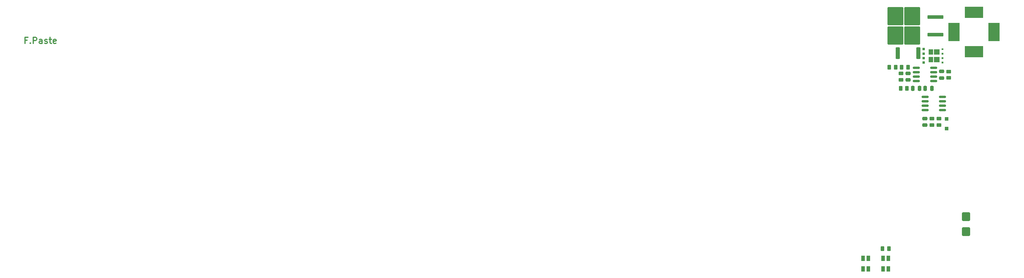
<source format=gbr>
%TF.GenerationSoftware,KiCad,Pcbnew,8.0.8-8.0.8-0~ubuntu22.04.1*%
%TF.CreationDate,2025-01-15T16:48:36-08:00*%
%TF.ProjectId,NX-J401-Adapter,4e582d4a-3430-4312-9d41-646170746572,4*%
%TF.SameCoordinates,Original*%
%TF.FileFunction,Paste,Top*%
%TF.FilePolarity,Positive*%
%FSLAX46Y46*%
G04 Gerber Fmt 4.6, Leading zero omitted, Abs format (unit mm)*
G04 Created by KiCad (PCBNEW 8.0.8-8.0.8-0~ubuntu22.04.1) date 2025-01-15 16:48:36*
%MOMM*%
%LPD*%
G01*
G04 APERTURE LIST*
G04 Aperture macros list*
%AMRoundRect*
0 Rectangle with rounded corners*
0 $1 Rounding radius*
0 $2 $3 $4 $5 $6 $7 $8 $9 X,Y pos of 4 corners*
0 Add a 4 corners polygon primitive as box body*
4,1,4,$2,$3,$4,$5,$6,$7,$8,$9,$2,$3,0*
0 Add four circle primitives for the rounded corners*
1,1,$1+$1,$2,$3*
1,1,$1+$1,$4,$5*
1,1,$1+$1,$6,$7*
1,1,$1+$1,$8,$9*
0 Add four rect primitives between the rounded corners*
20,1,$1+$1,$2,$3,$4,$5,0*
20,1,$1+$1,$4,$5,$6,$7,0*
20,1,$1+$1,$6,$7,$8,$9,0*
20,1,$1+$1,$8,$9,$2,$3,0*%
G04 Aperture macros list end*
%ADD10C,0.300000*%
%ADD11RoundRect,0.250000X2.050000X0.300000X-2.050000X0.300000X-2.050000X-0.300000X2.050000X-0.300000X0*%
%ADD12RoundRect,0.250000X2.025000X2.375000X-2.025000X2.375000X-2.025000X-2.375000X2.025000X-2.375000X0*%
%ADD13R,0.750000X0.660000*%
%ADD14RoundRect,0.250000X-0.450000X0.262500X-0.450000X-0.262500X0.450000X-0.262500X0.450000X0.262500X0*%
%ADD15R,1.090000X1.500000*%
%ADD16RoundRect,0.250000X-0.475000X0.250000X-0.475000X-0.250000X0.475000X-0.250000X0.475000X0.250000X0*%
%ADD17RoundRect,0.250000X0.450000X-0.262500X0.450000X0.262500X-0.450000X0.262500X-0.450000X-0.262500X0*%
%ADD18RoundRect,0.250000X0.262500X0.450000X-0.262500X0.450000X-0.262500X-0.450000X0.262500X-0.450000X0*%
%ADD19RoundRect,0.150000X0.825000X0.150000X-0.825000X0.150000X-0.825000X-0.150000X0.825000X-0.150000X0*%
%ADD20RoundRect,0.250000X0.900000X-1.000000X0.900000X1.000000X-0.900000X1.000000X-0.900000X-1.000000X0*%
%ADD21RoundRect,0.250000X-0.262500X-0.450000X0.262500X-0.450000X0.262500X0.450000X-0.262500X0.450000X0*%
%ADD22RoundRect,0.250000X0.300000X-0.300000X0.300000X0.300000X-0.300000X0.300000X-0.300000X-0.300000X0*%
%ADD23RoundRect,0.150000X-0.825000X-0.150000X0.825000X-0.150000X0.825000X0.150000X-0.825000X0.150000X0*%
%ADD24RoundRect,0.250000X-0.362500X-1.425000X0.362500X-1.425000X0.362500X1.425000X-0.362500X1.425000X0*%
%ADD25RoundRect,0.250000X0.250000X0.475000X-0.250000X0.475000X-0.250000X-0.475000X0.250000X-0.475000X0*%
%ADD26RoundRect,0.250000X-0.250000X-0.475000X0.250000X-0.475000X0.250000X0.475000X-0.250000X0.475000X0*%
%ADD27R,3.265000X5.210000*%
%ADD28R,5.210000X3.275000*%
G04 APERTURE END LIST*
D10*
X33217368Y-91545474D02*
X32624701Y-91545474D01*
X32624701Y-92476807D02*
X32624701Y-90698807D01*
X32624701Y-90698807D02*
X33471368Y-90698807D01*
X34148701Y-92307474D02*
X34233368Y-92392141D01*
X34233368Y-92392141D02*
X34148701Y-92476807D01*
X34148701Y-92476807D02*
X34064034Y-92392141D01*
X34064034Y-92392141D02*
X34148701Y-92307474D01*
X34148701Y-92307474D02*
X34148701Y-92476807D01*
X34995368Y-92476807D02*
X34995368Y-90698807D01*
X34995368Y-90698807D02*
X35672701Y-90698807D01*
X35672701Y-90698807D02*
X35842035Y-90783474D01*
X35842035Y-90783474D02*
X35926701Y-90868141D01*
X35926701Y-90868141D02*
X36011368Y-91037474D01*
X36011368Y-91037474D02*
X36011368Y-91291474D01*
X36011368Y-91291474D02*
X35926701Y-91460807D01*
X35926701Y-91460807D02*
X35842035Y-91545474D01*
X35842035Y-91545474D02*
X35672701Y-91630141D01*
X35672701Y-91630141D02*
X34995368Y-91630141D01*
X37535368Y-92476807D02*
X37535368Y-91545474D01*
X37535368Y-91545474D02*
X37450701Y-91376141D01*
X37450701Y-91376141D02*
X37281368Y-91291474D01*
X37281368Y-91291474D02*
X36942701Y-91291474D01*
X36942701Y-91291474D02*
X36773368Y-91376141D01*
X37535368Y-92392141D02*
X37366035Y-92476807D01*
X37366035Y-92476807D02*
X36942701Y-92476807D01*
X36942701Y-92476807D02*
X36773368Y-92392141D01*
X36773368Y-92392141D02*
X36688701Y-92222807D01*
X36688701Y-92222807D02*
X36688701Y-92053474D01*
X36688701Y-92053474D02*
X36773368Y-91884141D01*
X36773368Y-91884141D02*
X36942701Y-91799474D01*
X36942701Y-91799474D02*
X37366035Y-91799474D01*
X37366035Y-91799474D02*
X37535368Y-91714807D01*
X38297368Y-92392141D02*
X38466702Y-92476807D01*
X38466702Y-92476807D02*
X38805368Y-92476807D01*
X38805368Y-92476807D02*
X38974702Y-92392141D01*
X38974702Y-92392141D02*
X39059368Y-92222807D01*
X39059368Y-92222807D02*
X39059368Y-92138141D01*
X39059368Y-92138141D02*
X38974702Y-91968807D01*
X38974702Y-91968807D02*
X38805368Y-91884141D01*
X38805368Y-91884141D02*
X38551368Y-91884141D01*
X38551368Y-91884141D02*
X38382035Y-91799474D01*
X38382035Y-91799474D02*
X38297368Y-91630141D01*
X38297368Y-91630141D02*
X38297368Y-91545474D01*
X38297368Y-91545474D02*
X38382035Y-91376141D01*
X38382035Y-91376141D02*
X38551368Y-91291474D01*
X38551368Y-91291474D02*
X38805368Y-91291474D01*
X38805368Y-91291474D02*
X38974702Y-91376141D01*
X39567368Y-91291474D02*
X40244701Y-91291474D01*
X39821368Y-90698807D02*
X39821368Y-92222807D01*
X39821368Y-92222807D02*
X39906035Y-92392141D01*
X39906035Y-92392141D02*
X40075368Y-92476807D01*
X40075368Y-92476807D02*
X40244701Y-92476807D01*
X41514701Y-92392141D02*
X41345368Y-92476807D01*
X41345368Y-92476807D02*
X41006701Y-92476807D01*
X41006701Y-92476807D02*
X40837368Y-92392141D01*
X40837368Y-92392141D02*
X40752701Y-92222807D01*
X40752701Y-92222807D02*
X40752701Y-91545474D01*
X40752701Y-91545474D02*
X40837368Y-91376141D01*
X40837368Y-91376141D02*
X41006701Y-91291474D01*
X41006701Y-91291474D02*
X41345368Y-91291474D01*
X41345368Y-91291474D02*
X41514701Y-91376141D01*
X41514701Y-91376141D02*
X41599368Y-91545474D01*
X41599368Y-91545474D02*
X41599368Y-91714807D01*
X41599368Y-91714807D02*
X40752701Y-91884141D01*
%TO.C,Q1*%
G36*
X292682500Y-95702000D02*
G01*
X293917500Y-95702000D01*
X293917500Y-94132000D01*
X292682500Y-94132000D01*
X292682500Y-95702000D01*
G37*
G36*
X292682500Y-97892000D02*
G01*
X293917500Y-97892000D01*
X293917500Y-96322000D01*
X292682500Y-96322000D01*
X292682500Y-97892000D01*
G37*
G36*
X295805000Y-95702000D02*
G01*
X294220000Y-95702000D01*
X294220000Y-94132000D01*
X295805000Y-94132000D01*
X295805000Y-95702000D01*
G37*
G36*
X295805000Y-97892000D02*
G01*
X294220000Y-97892000D01*
X294220000Y-96322000D01*
X295805000Y-96322000D01*
X295805000Y-97892000D01*
G37*
G36*
X296920000Y-94347000D02*
G01*
X296420000Y-94347000D01*
X296420000Y-93847000D01*
X296920000Y-93847000D01*
X296920000Y-94347000D01*
G37*
G36*
X296920000Y-95628538D02*
G01*
X296420000Y-95628538D01*
X296420000Y-95128538D01*
X296920000Y-95128538D01*
X296920000Y-95628538D01*
G37*
G36*
X296920000Y-96897000D02*
G01*
X296420000Y-96897000D01*
X296420000Y-96397000D01*
X296920000Y-96397000D01*
X296920000Y-96897000D01*
G37*
G36*
X296920000Y-98177000D02*
G01*
X296420000Y-98177000D01*
X296420000Y-97677000D01*
X296920000Y-97677000D01*
X296920000Y-98177000D01*
G37*
%TD*%
D11*
%TO.C,D1*%
X294640000Y-89916000D03*
D12*
X287915000Y-90151000D03*
X287915000Y-84601000D03*
X283065000Y-90151000D03*
X283065000Y-84601000D03*
D11*
X294640000Y-84836000D03*
%TD*%
D13*
%TO.C,Q1*%
X291195000Y-94092000D03*
X291195000Y-95372000D03*
X291195000Y-96652000D03*
X291195000Y-97932000D03*
%TD*%
D14*
%TO.C,R8*%
X295656000Y-114149500D03*
X295656000Y-115974500D03*
%TD*%
D15*
%TO.C,D5*%
X281027000Y-154432000D03*
X281027000Y-157432000D03*
X279527000Y-154432000D03*
X279527000Y-157432000D03*
%TD*%
D16*
%TO.C,C8*%
X291592000Y-114112000D03*
X291592000Y-116012000D03*
%TD*%
D17*
%TO.C,R5*%
X284708600Y-102918900D03*
X284708600Y-101093900D03*
%TD*%
D18*
%TO.C,R2*%
X283182700Y-99288600D03*
X281357700Y-99288600D03*
%TD*%
D19*
%TO.C,Q2*%
X296607000Y-111633000D03*
X296607000Y-110363000D03*
X296607000Y-109093000D03*
X296607000Y-107823000D03*
X291657000Y-107823000D03*
X291657000Y-109093000D03*
X291657000Y-110363000D03*
X291657000Y-111633000D03*
%TD*%
D20*
%TO.C,D3*%
X303403000Y-146676000D03*
X303403000Y-142376000D03*
%TD*%
D17*
%TO.C,R4*%
X298450000Y-102385540D03*
X298450000Y-100560540D03*
%TD*%
D21*
%TO.C,R9*%
X279376500Y-151663400D03*
X281201500Y-151663400D03*
%TD*%
D22*
%TO.C,D2*%
X297815000Y-116970000D03*
X297815000Y-114170000D03*
%TD*%
D23*
%TO.C,U1*%
X289117000Y-99441000D03*
X289117000Y-100711000D03*
X289117000Y-101981000D03*
X289117000Y-103251000D03*
X294067000Y-103251000D03*
X294067000Y-101981000D03*
X294067000Y-100711000D03*
X294067000Y-99441000D03*
%TD*%
D21*
%TO.C,R6*%
X284583500Y-105410000D03*
X286408500Y-105410000D03*
%TD*%
D24*
%TO.C,R1*%
X283803500Y-95250000D03*
X289728500Y-95250000D03*
%TD*%
D21*
%TO.C,R3*%
X284915600Y-99288600D03*
X286740600Y-99288600D03*
%TD*%
D25*
%TO.C,C6*%
X290002000Y-105410000D03*
X288102000Y-105410000D03*
%TD*%
D16*
%TO.C,C4*%
X286740600Y-101056400D03*
X286740600Y-102956400D03*
%TD*%
D26*
%TO.C,C7*%
X291658000Y-105410000D03*
X293558000Y-105410000D03*
%TD*%
D17*
%TO.C,R7*%
X293624000Y-115974500D03*
X293624000Y-114149500D03*
%TD*%
D27*
%TO.C,L1*%
X311427500Y-89154000D03*
X299962500Y-89154000D03*
D28*
X305695000Y-94831500D03*
X305695000Y-83476500D03*
%TD*%
D15*
%TO.C,D4*%
X275312000Y-154432000D03*
X275312000Y-157432000D03*
X273812000Y-154432000D03*
X273812000Y-157432000D03*
%TD*%
D16*
%TO.C,C3*%
X296418000Y-100523040D03*
X296418000Y-102423040D03*
%TD*%
M02*

</source>
